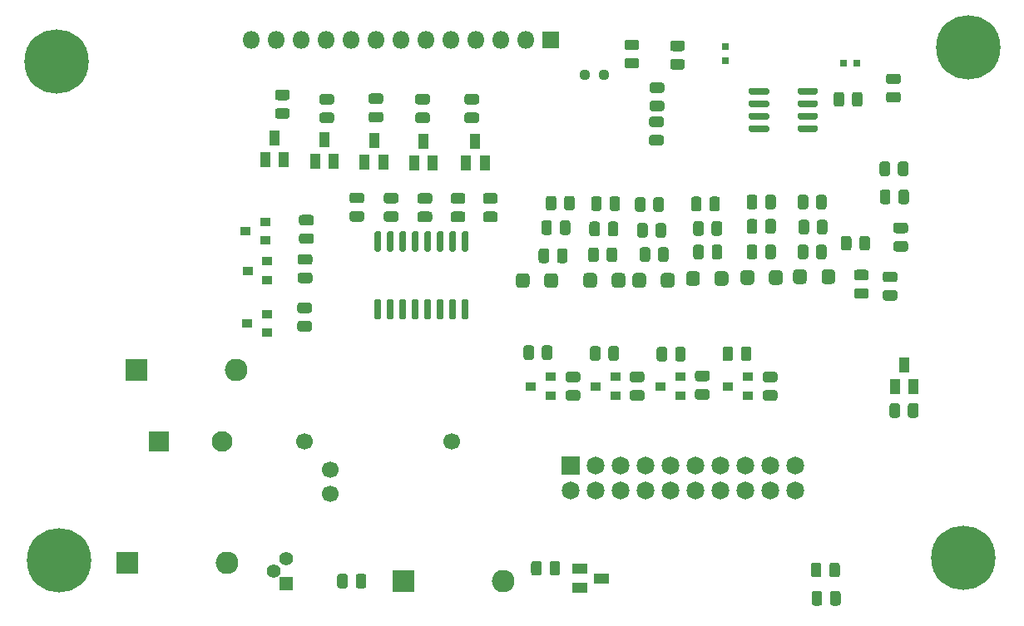
<source format=gbr>
G04 #@! TF.GenerationSoftware,KiCad,Pcbnew,(5.1.6-0-10_14)*
G04 #@! TF.CreationDate,2020-09-03T15:34:08-04:00*
G04 #@! TF.ProjectId,Pufferfish-Interface-2,50756666-6572-4666-9973-682d496e7465,rev?*
G04 #@! TF.SameCoordinates,Original*
G04 #@! TF.FileFunction,Soldermask,Top*
G04 #@! TF.FilePolarity,Negative*
%FSLAX46Y46*%
G04 Gerber Fmt 4.6, Leading zero omitted, Abs format (unit mm)*
G04 Created by KiCad (PCBNEW (5.1.6-0-10_14)) date 2020-09-03 15:34:08*
%MOMM*%
%LPD*%
G01*
G04 APERTURE LIST*
%ADD10R,1.100000X1.500000*%
%ADD11C,6.553200*%
%ADD12O,1.800000X1.800000*%
%ADD13R,1.800000X1.800000*%
%ADD14O,2.300000X2.300000*%
%ADD15R,2.300000X2.300000*%
%ADD16R,2.100000X2.100000*%
%ADD17C,2.100000*%
%ADD18C,1.110000*%
%ADD19R,1.400000X1.400000*%
%ADD20C,1.400000*%
%ADD21R,0.700000X0.800000*%
%ADD22R,0.800000X0.700000*%
%ADD23C,1.825000*%
%ADD24R,1.825000X1.825000*%
%ADD25R,1.500000X1.100000*%
%ADD26R,1.000000X0.900000*%
%ADD27C,1.700000*%
G04 APERTURE END LIST*
G36*
G01*
X70975000Y-35768750D02*
X70975000Y-36731250D01*
G75*
G02*
X70706250Y-37000000I-268750J0D01*
G01*
X70168750Y-37000000D01*
G75*
G02*
X69900000Y-36731250I0J268750D01*
G01*
X69900000Y-35768750D01*
G75*
G02*
X70168750Y-35500000I268750J0D01*
G01*
X70706250Y-35500000D01*
G75*
G02*
X70975000Y-35768750I0J-268750D01*
G01*
G37*
G36*
G01*
X69100000Y-35768750D02*
X69100000Y-36731250D01*
G75*
G02*
X68831250Y-37000000I-268750J0D01*
G01*
X68293750Y-37000000D01*
G75*
G02*
X68025000Y-36731250I0J268750D01*
G01*
X68025000Y-35768750D01*
G75*
G02*
X68293750Y-35500000I268750J0D01*
G01*
X68831250Y-35500000D01*
G75*
G02*
X69100000Y-35768750I0J-268750D01*
G01*
G37*
D10*
X69500000Y-31650000D03*
X70450000Y-33850000D03*
X68550000Y-33850000D03*
D11*
X75500000Y-51250000D03*
X76000000Y750000D03*
X-16500000Y-51500000D03*
X-16750000Y-750000D03*
D12*
X3020000Y1500000D03*
X5560000Y1500000D03*
X8100000Y1500000D03*
X10640000Y1500000D03*
X13180000Y1500000D03*
X15720000Y1500000D03*
X18260000Y1500000D03*
X20800000Y1500000D03*
X23340000Y1500000D03*
X25880000Y1500000D03*
X28420000Y1500000D03*
X30960000Y1500000D03*
D13*
X33500000Y1500000D03*
D14*
X645380Y-51745980D03*
D15*
X-9514620Y-51745980D03*
G36*
G01*
X36850000Y-23400000D02*
X36850000Y-22600000D01*
G75*
G02*
X37200000Y-22250000I350000J0D01*
G01*
X37900000Y-22250000D01*
G75*
G02*
X38250000Y-22600000I0J-350000D01*
G01*
X38250000Y-23400000D01*
G75*
G02*
X37900000Y-23750000I-350000J0D01*
G01*
X37200000Y-23750000D01*
G75*
G02*
X36850000Y-23400000I0J350000D01*
G01*
G37*
G36*
G01*
X39750000Y-23400000D02*
X39750000Y-22600000D01*
G75*
G02*
X40100000Y-22250000I350000J0D01*
G01*
X40800000Y-22250000D01*
G75*
G02*
X41150000Y-22600000I0J-350000D01*
G01*
X41150000Y-23400000D01*
G75*
G02*
X40800000Y-23750000I-350000J0D01*
G01*
X40100000Y-23750000D01*
G75*
G02*
X39750000Y-23400000I0J350000D01*
G01*
G37*
G36*
G01*
X39230000Y-20871250D02*
X39230000Y-19908750D01*
G75*
G02*
X39498750Y-19640000I268750J0D01*
G01*
X40036250Y-19640000D01*
G75*
G02*
X40305000Y-19908750I0J-268750D01*
G01*
X40305000Y-20871250D01*
G75*
G02*
X40036250Y-21140000I-268750J0D01*
G01*
X39498750Y-21140000D01*
G75*
G02*
X39230000Y-20871250I0J268750D01*
G01*
G37*
G36*
G01*
X37355000Y-20871250D02*
X37355000Y-19908750D01*
G75*
G02*
X37623750Y-19640000I268750J0D01*
G01*
X38161250Y-19640000D01*
G75*
G02*
X38430000Y-19908750I0J-268750D01*
G01*
X38430000Y-20871250D01*
G75*
G02*
X38161250Y-21140000I-268750J0D01*
G01*
X37623750Y-21140000D01*
G75*
G02*
X37355000Y-20871250I0J268750D01*
G01*
G37*
G36*
G01*
X38550000Y-17278750D02*
X38550000Y-18241250D01*
G75*
G02*
X38281250Y-18510000I-268750J0D01*
G01*
X37743750Y-18510000D01*
G75*
G02*
X37475000Y-18241250I0J268750D01*
G01*
X37475000Y-17278750D01*
G75*
G02*
X37743750Y-17010000I268750J0D01*
G01*
X38281250Y-17010000D01*
G75*
G02*
X38550000Y-17278750I0J-268750D01*
G01*
G37*
G36*
G01*
X40425000Y-17278750D02*
X40425000Y-18241250D01*
G75*
G02*
X40156250Y-18510000I-268750J0D01*
G01*
X39618750Y-18510000D01*
G75*
G02*
X39350000Y-18241250I0J268750D01*
G01*
X39350000Y-17278750D01*
G75*
G02*
X39618750Y-17010000I268750J0D01*
G01*
X40156250Y-17010000D01*
G75*
G02*
X40425000Y-17278750I0J-268750D01*
G01*
G37*
G36*
G01*
X39528700Y-15665370D02*
X39528700Y-14702870D01*
G75*
G02*
X39797450Y-14434120I268750J0D01*
G01*
X40334950Y-14434120D01*
G75*
G02*
X40603700Y-14702870I0J-268750D01*
G01*
X40603700Y-15665370D01*
G75*
G02*
X40334950Y-15934120I-268750J0D01*
G01*
X39797450Y-15934120D01*
G75*
G02*
X39528700Y-15665370I0J268750D01*
G01*
G37*
G36*
G01*
X37653700Y-15665370D02*
X37653700Y-14702870D01*
G75*
G02*
X37922450Y-14434120I268750J0D01*
G01*
X38459950Y-14434120D01*
G75*
G02*
X38728700Y-14702870I0J-268750D01*
G01*
X38728700Y-15665370D01*
G75*
G02*
X38459950Y-15934120I-268750J0D01*
G01*
X37922450Y-15934120D01*
G75*
G02*
X37653700Y-15665370I0J268750D01*
G01*
G37*
G36*
G01*
X16110960Y-20071780D02*
X15760960Y-20071780D01*
G75*
G02*
X15585960Y-19896780I0J175000D01*
G01*
X15585960Y-18171780D01*
G75*
G02*
X15760960Y-17996780I175000J0D01*
G01*
X16110960Y-17996780D01*
G75*
G02*
X16285960Y-18171780I0J-175000D01*
G01*
X16285960Y-19896780D01*
G75*
G02*
X16110960Y-20071780I-175000J0D01*
G01*
G37*
G36*
G01*
X17380960Y-20071780D02*
X17030960Y-20071780D01*
G75*
G02*
X16855960Y-19896780I0J175000D01*
G01*
X16855960Y-18171780D01*
G75*
G02*
X17030960Y-17996780I175000J0D01*
G01*
X17380960Y-17996780D01*
G75*
G02*
X17555960Y-18171780I0J-175000D01*
G01*
X17555960Y-19896780D01*
G75*
G02*
X17380960Y-20071780I-175000J0D01*
G01*
G37*
G36*
G01*
X18650960Y-20071780D02*
X18300960Y-20071780D01*
G75*
G02*
X18125960Y-19896780I0J175000D01*
G01*
X18125960Y-18171780D01*
G75*
G02*
X18300960Y-17996780I175000J0D01*
G01*
X18650960Y-17996780D01*
G75*
G02*
X18825960Y-18171780I0J-175000D01*
G01*
X18825960Y-19896780D01*
G75*
G02*
X18650960Y-20071780I-175000J0D01*
G01*
G37*
G36*
G01*
X19920960Y-20071780D02*
X19570960Y-20071780D01*
G75*
G02*
X19395960Y-19896780I0J175000D01*
G01*
X19395960Y-18171780D01*
G75*
G02*
X19570960Y-17996780I175000J0D01*
G01*
X19920960Y-17996780D01*
G75*
G02*
X20095960Y-18171780I0J-175000D01*
G01*
X20095960Y-19896780D01*
G75*
G02*
X19920960Y-20071780I-175000J0D01*
G01*
G37*
G36*
G01*
X21190960Y-20071780D02*
X20840960Y-20071780D01*
G75*
G02*
X20665960Y-19896780I0J175000D01*
G01*
X20665960Y-18171780D01*
G75*
G02*
X20840960Y-17996780I175000J0D01*
G01*
X21190960Y-17996780D01*
G75*
G02*
X21365960Y-18171780I0J-175000D01*
G01*
X21365960Y-19896780D01*
G75*
G02*
X21190960Y-20071780I-175000J0D01*
G01*
G37*
G36*
G01*
X22460960Y-20071780D02*
X22110960Y-20071780D01*
G75*
G02*
X21935960Y-19896780I0J175000D01*
G01*
X21935960Y-18171780D01*
G75*
G02*
X22110960Y-17996780I175000J0D01*
G01*
X22460960Y-17996780D01*
G75*
G02*
X22635960Y-18171780I0J-175000D01*
G01*
X22635960Y-19896780D01*
G75*
G02*
X22460960Y-20071780I-175000J0D01*
G01*
G37*
G36*
G01*
X23730960Y-20071780D02*
X23380960Y-20071780D01*
G75*
G02*
X23205960Y-19896780I0J175000D01*
G01*
X23205960Y-18171780D01*
G75*
G02*
X23380960Y-17996780I175000J0D01*
G01*
X23730960Y-17996780D01*
G75*
G02*
X23905960Y-18171780I0J-175000D01*
G01*
X23905960Y-19896780D01*
G75*
G02*
X23730960Y-20071780I-175000J0D01*
G01*
G37*
G36*
G01*
X25000960Y-20071780D02*
X24650960Y-20071780D01*
G75*
G02*
X24475960Y-19896780I0J175000D01*
G01*
X24475960Y-18171780D01*
G75*
G02*
X24650960Y-17996780I175000J0D01*
G01*
X25000960Y-17996780D01*
G75*
G02*
X25175960Y-18171780I0J-175000D01*
G01*
X25175960Y-19896780D01*
G75*
G02*
X25000960Y-20071780I-175000J0D01*
G01*
G37*
G36*
G01*
X25000960Y-26996780D02*
X24650960Y-26996780D01*
G75*
G02*
X24475960Y-26821780I0J175000D01*
G01*
X24475960Y-25096780D01*
G75*
G02*
X24650960Y-24921780I175000J0D01*
G01*
X25000960Y-24921780D01*
G75*
G02*
X25175960Y-25096780I0J-175000D01*
G01*
X25175960Y-26821780D01*
G75*
G02*
X25000960Y-26996780I-175000J0D01*
G01*
G37*
G36*
G01*
X23730960Y-26996780D02*
X23380960Y-26996780D01*
G75*
G02*
X23205960Y-26821780I0J175000D01*
G01*
X23205960Y-25096780D01*
G75*
G02*
X23380960Y-24921780I175000J0D01*
G01*
X23730960Y-24921780D01*
G75*
G02*
X23905960Y-25096780I0J-175000D01*
G01*
X23905960Y-26821780D01*
G75*
G02*
X23730960Y-26996780I-175000J0D01*
G01*
G37*
G36*
G01*
X22460960Y-26996780D02*
X22110960Y-26996780D01*
G75*
G02*
X21935960Y-26821780I0J175000D01*
G01*
X21935960Y-25096780D01*
G75*
G02*
X22110960Y-24921780I175000J0D01*
G01*
X22460960Y-24921780D01*
G75*
G02*
X22635960Y-25096780I0J-175000D01*
G01*
X22635960Y-26821780D01*
G75*
G02*
X22460960Y-26996780I-175000J0D01*
G01*
G37*
G36*
G01*
X21190960Y-26996780D02*
X20840960Y-26996780D01*
G75*
G02*
X20665960Y-26821780I0J175000D01*
G01*
X20665960Y-25096780D01*
G75*
G02*
X20840960Y-24921780I175000J0D01*
G01*
X21190960Y-24921780D01*
G75*
G02*
X21365960Y-25096780I0J-175000D01*
G01*
X21365960Y-26821780D01*
G75*
G02*
X21190960Y-26996780I-175000J0D01*
G01*
G37*
G36*
G01*
X19920960Y-26996780D02*
X19570960Y-26996780D01*
G75*
G02*
X19395960Y-26821780I0J175000D01*
G01*
X19395960Y-25096780D01*
G75*
G02*
X19570960Y-24921780I175000J0D01*
G01*
X19920960Y-24921780D01*
G75*
G02*
X20095960Y-25096780I0J-175000D01*
G01*
X20095960Y-26821780D01*
G75*
G02*
X19920960Y-26996780I-175000J0D01*
G01*
G37*
G36*
G01*
X18650960Y-26996780D02*
X18300960Y-26996780D01*
G75*
G02*
X18125960Y-26821780I0J175000D01*
G01*
X18125960Y-25096780D01*
G75*
G02*
X18300960Y-24921780I175000J0D01*
G01*
X18650960Y-24921780D01*
G75*
G02*
X18825960Y-25096780I0J-175000D01*
G01*
X18825960Y-26821780D01*
G75*
G02*
X18650960Y-26996780I-175000J0D01*
G01*
G37*
G36*
G01*
X17380960Y-26996780D02*
X17030960Y-26996780D01*
G75*
G02*
X16855960Y-26821780I0J175000D01*
G01*
X16855960Y-25096780D01*
G75*
G02*
X17030960Y-24921780I175000J0D01*
G01*
X17380960Y-24921780D01*
G75*
G02*
X17555960Y-25096780I0J-175000D01*
G01*
X17555960Y-26821780D01*
G75*
G02*
X17380960Y-26996780I-175000J0D01*
G01*
G37*
G36*
G01*
X16110960Y-26996780D02*
X15760960Y-26996780D01*
G75*
G02*
X15585960Y-26821780I0J175000D01*
G01*
X15585960Y-25096780D01*
G75*
G02*
X15760960Y-24921780I175000J0D01*
G01*
X16110960Y-24921780D01*
G75*
G02*
X16285960Y-25096780I0J-175000D01*
G01*
X16285960Y-26821780D01*
G75*
G02*
X16110960Y-26996780I-175000J0D01*
G01*
G37*
G36*
G01*
X33660000Y-17148750D02*
X33660000Y-18111250D01*
G75*
G02*
X33391250Y-18380000I-268750J0D01*
G01*
X32853750Y-18380000D01*
G75*
G02*
X32585000Y-18111250I0J268750D01*
G01*
X32585000Y-17148750D01*
G75*
G02*
X32853750Y-16880000I268750J0D01*
G01*
X33391250Y-16880000D01*
G75*
G02*
X33660000Y-17148750I0J-268750D01*
G01*
G37*
G36*
G01*
X35535000Y-17148750D02*
X35535000Y-18111250D01*
G75*
G02*
X35266250Y-18380000I-268750J0D01*
G01*
X34728750Y-18380000D01*
G75*
G02*
X34460000Y-18111250I0J268750D01*
G01*
X34460000Y-17148750D01*
G75*
G02*
X34728750Y-16880000I268750J0D01*
G01*
X35266250Y-16880000D01*
G75*
G02*
X35535000Y-17148750I0J-268750D01*
G01*
G37*
G36*
G01*
X34907500Y-15621250D02*
X34907500Y-14658750D01*
G75*
G02*
X35176250Y-14390000I268750J0D01*
G01*
X35713750Y-14390000D01*
G75*
G02*
X35982500Y-14658750I0J-268750D01*
G01*
X35982500Y-15621250D01*
G75*
G02*
X35713750Y-15890000I-268750J0D01*
G01*
X35176250Y-15890000D01*
G75*
G02*
X34907500Y-15621250I0J268750D01*
G01*
G37*
G36*
G01*
X33032500Y-15621250D02*
X33032500Y-14658750D01*
G75*
G02*
X33301250Y-14390000I268750J0D01*
G01*
X33838750Y-14390000D01*
G75*
G02*
X34107500Y-14658750I0J-268750D01*
G01*
X34107500Y-15621250D01*
G75*
G02*
X33838750Y-15890000I-268750J0D01*
G01*
X33301250Y-15890000D01*
G75*
G02*
X33032500Y-15621250I0J268750D01*
G01*
G37*
G36*
G01*
X67598750Y-23990000D02*
X68561250Y-23990000D01*
G75*
G02*
X68830000Y-24258750I0J-268750D01*
G01*
X68830000Y-24796250D01*
G75*
G02*
X68561250Y-25065000I-268750J0D01*
G01*
X67598750Y-25065000D01*
G75*
G02*
X67330000Y-24796250I0J268750D01*
G01*
X67330000Y-24258750D01*
G75*
G02*
X67598750Y-23990000I268750J0D01*
G01*
G37*
G36*
G01*
X67598750Y-22115000D02*
X68561250Y-22115000D01*
G75*
G02*
X68830000Y-22383750I0J-268750D01*
G01*
X68830000Y-22921250D01*
G75*
G02*
X68561250Y-23190000I-268750J0D01*
G01*
X67598750Y-23190000D01*
G75*
G02*
X67330000Y-22921250I0J268750D01*
G01*
X67330000Y-22383750D01*
G75*
G02*
X67598750Y-22115000I268750J0D01*
G01*
G37*
G36*
G01*
X5749370Y-5454360D02*
X6711870Y-5454360D01*
G75*
G02*
X6980620Y-5723110I0J-268750D01*
G01*
X6980620Y-6260610D01*
G75*
G02*
X6711870Y-6529360I-268750J0D01*
G01*
X5749370Y-6529360D01*
G75*
G02*
X5480620Y-6260610I0J268750D01*
G01*
X5480620Y-5723110D01*
G75*
G02*
X5749370Y-5454360I268750J0D01*
G01*
G37*
G36*
G01*
X5749370Y-3579360D02*
X6711870Y-3579360D01*
G75*
G02*
X6980620Y-3848110I0J-268750D01*
G01*
X6980620Y-4385610D01*
G75*
G02*
X6711870Y-4654360I-268750J0D01*
G01*
X5749370Y-4654360D01*
G75*
G02*
X5480620Y-4385610I0J268750D01*
G01*
X5480620Y-3848110D01*
G75*
G02*
X5749370Y-3579360I268750J0D01*
G01*
G37*
G36*
G01*
X29990000Y-23420000D02*
X29990000Y-22620000D01*
G75*
G02*
X30340000Y-22270000I350000J0D01*
G01*
X31040000Y-22270000D01*
G75*
G02*
X31390000Y-22620000I0J-350000D01*
G01*
X31390000Y-23420000D01*
G75*
G02*
X31040000Y-23770000I-350000J0D01*
G01*
X30340000Y-23770000D01*
G75*
G02*
X29990000Y-23420000I0J350000D01*
G01*
G37*
G36*
G01*
X32890000Y-23420000D02*
X32890000Y-22620000D01*
G75*
G02*
X33240000Y-22270000I350000J0D01*
G01*
X33940000Y-22270000D01*
G75*
G02*
X34290000Y-22620000I0J-350000D01*
G01*
X34290000Y-23420000D01*
G75*
G02*
X33940000Y-23770000I-350000J0D01*
G01*
X33240000Y-23770000D01*
G75*
G02*
X32890000Y-23420000I0J350000D01*
G01*
G37*
G36*
G01*
X34185480Y-20982750D02*
X34185480Y-20020250D01*
G75*
G02*
X34454230Y-19751500I268750J0D01*
G01*
X34991730Y-19751500D01*
G75*
G02*
X35260480Y-20020250I0J-268750D01*
G01*
X35260480Y-20982750D01*
G75*
G02*
X34991730Y-21251500I-268750J0D01*
G01*
X34454230Y-21251500D01*
G75*
G02*
X34185480Y-20982750I0J268750D01*
G01*
G37*
G36*
G01*
X32310480Y-20982750D02*
X32310480Y-20020250D01*
G75*
G02*
X32579230Y-19751500I268750J0D01*
G01*
X33116730Y-19751500D01*
G75*
G02*
X33385480Y-20020250I0J-268750D01*
G01*
X33385480Y-20982750D01*
G75*
G02*
X33116730Y-21251500I-268750J0D01*
G01*
X32579230Y-21251500D01*
G75*
G02*
X32310480Y-20982750I0J268750D01*
G01*
G37*
D16*
X-6370000Y-39370000D03*
D17*
X130000Y-39370000D03*
D18*
X37050000Y-2100000D03*
X38950000Y-2100000D03*
G36*
G01*
X58670000Y-3910000D02*
X58670000Y-3560000D01*
G75*
G02*
X58845000Y-3385000I175000J0D01*
G01*
X60545000Y-3385000D01*
G75*
G02*
X60720000Y-3560000I0J-175000D01*
G01*
X60720000Y-3910000D01*
G75*
G02*
X60545000Y-4085000I-175000J0D01*
G01*
X58845000Y-4085000D01*
G75*
G02*
X58670000Y-3910000I0J175000D01*
G01*
G37*
G36*
G01*
X58670000Y-5180000D02*
X58670000Y-4830000D01*
G75*
G02*
X58845000Y-4655000I175000J0D01*
G01*
X60545000Y-4655000D01*
G75*
G02*
X60720000Y-4830000I0J-175000D01*
G01*
X60720000Y-5180000D01*
G75*
G02*
X60545000Y-5355000I-175000J0D01*
G01*
X58845000Y-5355000D01*
G75*
G02*
X58670000Y-5180000I0J175000D01*
G01*
G37*
G36*
G01*
X58670000Y-6450000D02*
X58670000Y-6100000D01*
G75*
G02*
X58845000Y-5925000I175000J0D01*
G01*
X60545000Y-5925000D01*
G75*
G02*
X60720000Y-6100000I0J-175000D01*
G01*
X60720000Y-6450000D01*
G75*
G02*
X60545000Y-6625000I-175000J0D01*
G01*
X58845000Y-6625000D01*
G75*
G02*
X58670000Y-6450000I0J175000D01*
G01*
G37*
G36*
G01*
X58670000Y-7720000D02*
X58670000Y-7370000D01*
G75*
G02*
X58845000Y-7195000I175000J0D01*
G01*
X60545000Y-7195000D01*
G75*
G02*
X60720000Y-7370000I0J-175000D01*
G01*
X60720000Y-7720000D01*
G75*
G02*
X60545000Y-7895000I-175000J0D01*
G01*
X58845000Y-7895000D01*
G75*
G02*
X58670000Y-7720000I0J175000D01*
G01*
G37*
G36*
G01*
X53720000Y-7720000D02*
X53720000Y-7370000D01*
G75*
G02*
X53895000Y-7195000I175000J0D01*
G01*
X55595000Y-7195000D01*
G75*
G02*
X55770000Y-7370000I0J-175000D01*
G01*
X55770000Y-7720000D01*
G75*
G02*
X55595000Y-7895000I-175000J0D01*
G01*
X53895000Y-7895000D01*
G75*
G02*
X53720000Y-7720000I0J175000D01*
G01*
G37*
G36*
G01*
X53720000Y-6450000D02*
X53720000Y-6100000D01*
G75*
G02*
X53895000Y-5925000I175000J0D01*
G01*
X55595000Y-5925000D01*
G75*
G02*
X55770000Y-6100000I0J-175000D01*
G01*
X55770000Y-6450000D01*
G75*
G02*
X55595000Y-6625000I-175000J0D01*
G01*
X53895000Y-6625000D01*
G75*
G02*
X53720000Y-6450000I0J175000D01*
G01*
G37*
G36*
G01*
X53720000Y-5180000D02*
X53720000Y-4830000D01*
G75*
G02*
X53895000Y-4655000I175000J0D01*
G01*
X55595000Y-4655000D01*
G75*
G02*
X55770000Y-4830000I0J-175000D01*
G01*
X55770000Y-5180000D01*
G75*
G02*
X55595000Y-5355000I-175000J0D01*
G01*
X53895000Y-5355000D01*
G75*
G02*
X53720000Y-5180000I0J175000D01*
G01*
G37*
G36*
G01*
X53720000Y-3910000D02*
X53720000Y-3560000D01*
G75*
G02*
X53895000Y-3385000I175000J0D01*
G01*
X55595000Y-3385000D01*
G75*
G02*
X55770000Y-3560000I0J-175000D01*
G01*
X55770000Y-3910000D01*
G75*
G02*
X55595000Y-4085000I-175000J0D01*
G01*
X53895000Y-4085000D01*
G75*
G02*
X53720000Y-3910000I0J175000D01*
G01*
G37*
G36*
G01*
X13692500Y-54111250D02*
X13692500Y-53148750D01*
G75*
G02*
X13961250Y-52880000I268750J0D01*
G01*
X14498750Y-52880000D01*
G75*
G02*
X14767500Y-53148750I0J-268750D01*
G01*
X14767500Y-54111250D01*
G75*
G02*
X14498750Y-54380000I-268750J0D01*
G01*
X13961250Y-54380000D01*
G75*
G02*
X13692500Y-54111250I0J268750D01*
G01*
G37*
G36*
G01*
X11817500Y-54111250D02*
X11817500Y-53148750D01*
G75*
G02*
X12086250Y-52880000I268750J0D01*
G01*
X12623750Y-52880000D01*
G75*
G02*
X12892500Y-53148750I0J-268750D01*
G01*
X12892500Y-54111250D01*
G75*
G02*
X12623750Y-54380000I-268750J0D01*
G01*
X12086250Y-54380000D01*
G75*
G02*
X11817500Y-54111250I0J268750D01*
G01*
G37*
G36*
G01*
X8190310Y-18210720D02*
X9152810Y-18210720D01*
G75*
G02*
X9421560Y-18479470I0J-268750D01*
G01*
X9421560Y-19016970D01*
G75*
G02*
X9152810Y-19285720I-268750J0D01*
G01*
X8190310Y-19285720D01*
G75*
G02*
X7921560Y-19016970I0J268750D01*
G01*
X7921560Y-18479470D01*
G75*
G02*
X8190310Y-18210720I268750J0D01*
G01*
G37*
G36*
G01*
X8190310Y-16335720D02*
X9152810Y-16335720D01*
G75*
G02*
X9421560Y-16604470I0J-268750D01*
G01*
X9421560Y-17141970D01*
G75*
G02*
X9152810Y-17410720I-268750J0D01*
G01*
X8190310Y-17410720D01*
G75*
G02*
X7921560Y-17141970I0J268750D01*
G01*
X7921560Y-16604470D01*
G75*
G02*
X8190310Y-16335720I268750J0D01*
G01*
G37*
G36*
G01*
X16813610Y-15970200D02*
X17776110Y-15970200D01*
G75*
G02*
X18044860Y-16238950I0J-268750D01*
G01*
X18044860Y-16776450D01*
G75*
G02*
X17776110Y-17045200I-268750J0D01*
G01*
X16813610Y-17045200D01*
G75*
G02*
X16544860Y-16776450I0J268750D01*
G01*
X16544860Y-16238950D01*
G75*
G02*
X16813610Y-15970200I268750J0D01*
G01*
G37*
G36*
G01*
X16813610Y-14095200D02*
X17776110Y-14095200D01*
G75*
G02*
X18044860Y-14363950I0J-268750D01*
G01*
X18044860Y-14901450D01*
G75*
G02*
X17776110Y-15170200I-268750J0D01*
G01*
X16813610Y-15170200D01*
G75*
G02*
X16544860Y-14901450I0J268750D01*
G01*
X16544860Y-14363950D01*
G75*
G02*
X16813610Y-14095200I268750J0D01*
G01*
G37*
G36*
G01*
X8058230Y-22208440D02*
X9020730Y-22208440D01*
G75*
G02*
X9289480Y-22477190I0J-268750D01*
G01*
X9289480Y-23014690D01*
G75*
G02*
X9020730Y-23283440I-268750J0D01*
G01*
X8058230Y-23283440D01*
G75*
G02*
X7789480Y-23014690I0J268750D01*
G01*
X7789480Y-22477190D01*
G75*
G02*
X8058230Y-22208440I268750J0D01*
G01*
G37*
G36*
G01*
X8058230Y-20333440D02*
X9020730Y-20333440D01*
G75*
G02*
X9289480Y-20602190I0J-268750D01*
G01*
X9289480Y-21139690D01*
G75*
G02*
X9020730Y-21408440I-268750J0D01*
G01*
X8058230Y-21408440D01*
G75*
G02*
X7789480Y-21139690I0J268750D01*
G01*
X7789480Y-20602190D01*
G75*
G02*
X8058230Y-20333440I268750J0D01*
G01*
G37*
G36*
G01*
X23623350Y-15995600D02*
X24585850Y-15995600D01*
G75*
G02*
X24854600Y-16264350I0J-268750D01*
G01*
X24854600Y-16801850D01*
G75*
G02*
X24585850Y-17070600I-268750J0D01*
G01*
X23623350Y-17070600D01*
G75*
G02*
X23354600Y-16801850I0J268750D01*
G01*
X23354600Y-16264350D01*
G75*
G02*
X23623350Y-15995600I268750J0D01*
G01*
G37*
G36*
G01*
X23623350Y-14120600D02*
X24585850Y-14120600D01*
G75*
G02*
X24854600Y-14389350I0J-268750D01*
G01*
X24854600Y-14926850D01*
G75*
G02*
X24585850Y-15195600I-268750J0D01*
G01*
X23623350Y-15195600D01*
G75*
G02*
X23354600Y-14926850I0J268750D01*
G01*
X23354600Y-14389350D01*
G75*
G02*
X23623350Y-14120600I268750J0D01*
G01*
G37*
G36*
G01*
X61977500Y-55861250D02*
X61977500Y-54898750D01*
G75*
G02*
X62246250Y-54630000I268750J0D01*
G01*
X62783750Y-54630000D01*
G75*
G02*
X63052500Y-54898750I0J-268750D01*
G01*
X63052500Y-55861250D01*
G75*
G02*
X62783750Y-56130000I-268750J0D01*
G01*
X62246250Y-56130000D01*
G75*
G02*
X61977500Y-55861250I0J268750D01*
G01*
G37*
G36*
G01*
X60102500Y-55861250D02*
X60102500Y-54898750D01*
G75*
G02*
X60371250Y-54630000I268750J0D01*
G01*
X60908750Y-54630000D01*
G75*
G02*
X61177500Y-54898750I0J-268750D01*
G01*
X61177500Y-55861250D01*
G75*
G02*
X60908750Y-56130000I-268750J0D01*
G01*
X60371250Y-56130000D01*
G75*
G02*
X60102500Y-55861250I0J268750D01*
G01*
G37*
G36*
G01*
X61097500Y-52018750D02*
X61097500Y-52981250D01*
G75*
G02*
X60828750Y-53250000I-268750J0D01*
G01*
X60291250Y-53250000D01*
G75*
G02*
X60022500Y-52981250I0J268750D01*
G01*
X60022500Y-52018750D01*
G75*
G02*
X60291250Y-51750000I268750J0D01*
G01*
X60828750Y-51750000D01*
G75*
G02*
X61097500Y-52018750I0J-268750D01*
G01*
G37*
G36*
G01*
X62972500Y-52018750D02*
X62972500Y-52981250D01*
G75*
G02*
X62703750Y-53250000I-268750J0D01*
G01*
X62166250Y-53250000D01*
G75*
G02*
X61897500Y-52981250I0J268750D01*
G01*
X61897500Y-52018750D01*
G75*
G02*
X62166250Y-51750000I268750J0D01*
G01*
X62703750Y-51750000D01*
G75*
G02*
X62972500Y-52018750I0J-268750D01*
G01*
G37*
G36*
G01*
X68678750Y-19000000D02*
X69641250Y-19000000D01*
G75*
G02*
X69910000Y-19268750I0J-268750D01*
G01*
X69910000Y-19806250D01*
G75*
G02*
X69641250Y-20075000I-268750J0D01*
G01*
X68678750Y-20075000D01*
G75*
G02*
X68410000Y-19806250I0J268750D01*
G01*
X68410000Y-19268750D01*
G75*
G02*
X68678750Y-19000000I268750J0D01*
G01*
G37*
G36*
G01*
X68678750Y-17125000D02*
X69641250Y-17125000D01*
G75*
G02*
X69910000Y-17393750I0J-268750D01*
G01*
X69910000Y-17931250D01*
G75*
G02*
X69641250Y-18200000I-268750J0D01*
G01*
X68678750Y-18200000D01*
G75*
G02*
X68410000Y-17931250I0J268750D01*
G01*
X68410000Y-17393750D01*
G75*
G02*
X68678750Y-17125000I268750J0D01*
G01*
G37*
G36*
G01*
X68882500Y-12121250D02*
X68882500Y-11158750D01*
G75*
G02*
X69151250Y-10890000I268750J0D01*
G01*
X69688750Y-10890000D01*
G75*
G02*
X69957500Y-11158750I0J-268750D01*
G01*
X69957500Y-12121250D01*
G75*
G02*
X69688750Y-12390000I-268750J0D01*
G01*
X69151250Y-12390000D01*
G75*
G02*
X68882500Y-12121250I0J268750D01*
G01*
G37*
G36*
G01*
X67007500Y-12121250D02*
X67007500Y-11158750D01*
G75*
G02*
X67276250Y-10890000I268750J0D01*
G01*
X67813750Y-10890000D01*
G75*
G02*
X68082500Y-11158750I0J-268750D01*
G01*
X68082500Y-12121250D01*
G75*
G02*
X67813750Y-12390000I-268750J0D01*
G01*
X67276250Y-12390000D01*
G75*
G02*
X67007500Y-12121250I0J268750D01*
G01*
G37*
G36*
G01*
X64150000Y-18738750D02*
X64150000Y-19701250D01*
G75*
G02*
X63881250Y-19970000I-268750J0D01*
G01*
X63343750Y-19970000D01*
G75*
G02*
X63075000Y-19701250I0J268750D01*
G01*
X63075000Y-18738750D01*
G75*
G02*
X63343750Y-18470000I268750J0D01*
G01*
X63881250Y-18470000D01*
G75*
G02*
X64150000Y-18738750I0J-268750D01*
G01*
G37*
G36*
G01*
X66025000Y-18738750D02*
X66025000Y-19701250D01*
G75*
G02*
X65756250Y-19970000I-268750J0D01*
G01*
X65218750Y-19970000D01*
G75*
G02*
X64950000Y-19701250I0J268750D01*
G01*
X64950000Y-18738750D01*
G75*
G02*
X65218750Y-18470000I268750J0D01*
G01*
X65756250Y-18470000D01*
G75*
G02*
X66025000Y-18738750I0J-268750D01*
G01*
G37*
G36*
G01*
X65641250Y-22990000D02*
X64678750Y-22990000D01*
G75*
G02*
X64410000Y-22721250I0J268750D01*
G01*
X64410000Y-22183750D01*
G75*
G02*
X64678750Y-21915000I268750J0D01*
G01*
X65641250Y-21915000D01*
G75*
G02*
X65910000Y-22183750I0J-268750D01*
G01*
X65910000Y-22721250D01*
G75*
G02*
X65641250Y-22990000I-268750J0D01*
G01*
G37*
G36*
G01*
X65641250Y-24865000D02*
X64678750Y-24865000D01*
G75*
G02*
X64410000Y-24596250I0J268750D01*
G01*
X64410000Y-24058750D01*
G75*
G02*
X64678750Y-23790000I268750J0D01*
G01*
X65641250Y-23790000D01*
G75*
G02*
X65910000Y-24058750I0J-268750D01*
G01*
X65910000Y-24596250D01*
G75*
G02*
X65641250Y-24865000I-268750J0D01*
G01*
G37*
G36*
G01*
X46921250Y340000D02*
X45958750Y340000D01*
G75*
G02*
X45690000Y608750I0J268750D01*
G01*
X45690000Y1146250D01*
G75*
G02*
X45958750Y1415000I268750J0D01*
G01*
X46921250Y1415000D01*
G75*
G02*
X47190000Y1146250I0J-268750D01*
G01*
X47190000Y608750D01*
G75*
G02*
X46921250Y340000I-268750J0D01*
G01*
G37*
G36*
G01*
X46921250Y-1535000D02*
X45958750Y-1535000D01*
G75*
G02*
X45690000Y-1266250I0J268750D01*
G01*
X45690000Y-728750D01*
G75*
G02*
X45958750Y-460000I268750J0D01*
G01*
X46921250Y-460000D01*
G75*
G02*
X47190000Y-728750I0J-268750D01*
G01*
X47190000Y-1266250D01*
G75*
G02*
X46921250Y-1535000I-268750J0D01*
G01*
G37*
G36*
G01*
X44832430Y-3910000D02*
X43869930Y-3910000D01*
G75*
G02*
X43601180Y-3641250I0J268750D01*
G01*
X43601180Y-3103750D01*
G75*
G02*
X43869930Y-2835000I268750J0D01*
G01*
X44832430Y-2835000D01*
G75*
G02*
X45101180Y-3103750I0J-268750D01*
G01*
X45101180Y-3641250D01*
G75*
G02*
X44832430Y-3910000I-268750J0D01*
G01*
G37*
G36*
G01*
X44832430Y-5785000D02*
X43869930Y-5785000D01*
G75*
G02*
X43601180Y-5516250I0J268750D01*
G01*
X43601180Y-4978750D01*
G75*
G02*
X43869930Y-4710000I268750J0D01*
G01*
X44832430Y-4710000D01*
G75*
G02*
X45101180Y-4978750I0J-268750D01*
G01*
X45101180Y-5516250D01*
G75*
G02*
X44832430Y-5785000I-268750J0D01*
G01*
G37*
G36*
G01*
X64210000Y-5051250D02*
X64210000Y-4088750D01*
G75*
G02*
X64478750Y-3820000I268750J0D01*
G01*
X65016250Y-3820000D01*
G75*
G02*
X65285000Y-4088750I0J-268750D01*
G01*
X65285000Y-5051250D01*
G75*
G02*
X65016250Y-5320000I-268750J0D01*
G01*
X64478750Y-5320000D01*
G75*
G02*
X64210000Y-5051250I0J268750D01*
G01*
G37*
G36*
G01*
X62335000Y-5051250D02*
X62335000Y-4088750D01*
G75*
G02*
X62603750Y-3820000I268750J0D01*
G01*
X63141250Y-3820000D01*
G75*
G02*
X63410000Y-4088750I0J-268750D01*
G01*
X63410000Y-5051250D01*
G75*
G02*
X63141250Y-5320000I-268750J0D01*
G01*
X62603750Y-5320000D01*
G75*
G02*
X62335000Y-5051250I0J268750D01*
G01*
G37*
G36*
G01*
X13323650Y-15942260D02*
X14286150Y-15942260D01*
G75*
G02*
X14554900Y-16211010I0J-268750D01*
G01*
X14554900Y-16748510D01*
G75*
G02*
X14286150Y-17017260I-268750J0D01*
G01*
X13323650Y-17017260D01*
G75*
G02*
X13054900Y-16748510I0J268750D01*
G01*
X13054900Y-16211010D01*
G75*
G02*
X13323650Y-15942260I268750J0D01*
G01*
G37*
G36*
G01*
X13323650Y-14067260D02*
X14286150Y-14067260D01*
G75*
G02*
X14554900Y-14336010I0J-268750D01*
G01*
X14554900Y-14873510D01*
G75*
G02*
X14286150Y-15142260I-268750J0D01*
G01*
X13323650Y-15142260D01*
G75*
G02*
X13054900Y-14873510I0J268750D01*
G01*
X13054900Y-14336010D01*
G75*
G02*
X13323650Y-14067260I268750J0D01*
G01*
G37*
G36*
G01*
X8020130Y-27133260D02*
X8982630Y-27133260D01*
G75*
G02*
X9251380Y-27402010I0J-268750D01*
G01*
X9251380Y-27939510D01*
G75*
G02*
X8982630Y-28208260I-268750J0D01*
G01*
X8020130Y-28208260D01*
G75*
G02*
X7751380Y-27939510I0J268750D01*
G01*
X7751380Y-27402010D01*
G75*
G02*
X8020130Y-27133260I268750J0D01*
G01*
G37*
G36*
G01*
X8020130Y-25258260D02*
X8982630Y-25258260D01*
G75*
G02*
X9251380Y-25527010I0J-268750D01*
G01*
X9251380Y-26064510D01*
G75*
G02*
X8982630Y-26333260I-268750J0D01*
G01*
X8020130Y-26333260D01*
G75*
G02*
X7751380Y-26064510I0J268750D01*
G01*
X7751380Y-25527010D01*
G75*
G02*
X8020130Y-25258260I268750J0D01*
G01*
G37*
G36*
G01*
X20245150Y-15995600D02*
X21207650Y-15995600D01*
G75*
G02*
X21476400Y-16264350I0J-268750D01*
G01*
X21476400Y-16801850D01*
G75*
G02*
X21207650Y-17070600I-268750J0D01*
G01*
X20245150Y-17070600D01*
G75*
G02*
X19976400Y-16801850I0J268750D01*
G01*
X19976400Y-16264350D01*
G75*
G02*
X20245150Y-15995600I268750J0D01*
G01*
G37*
G36*
G01*
X20245150Y-14120600D02*
X21207650Y-14120600D01*
G75*
G02*
X21476400Y-14389350I0J-268750D01*
G01*
X21476400Y-14926850D01*
G75*
G02*
X21207650Y-15195600I-268750J0D01*
G01*
X20245150Y-15195600D01*
G75*
G02*
X19976400Y-14926850I0J268750D01*
G01*
X19976400Y-14389350D01*
G75*
G02*
X20245150Y-14120600I268750J0D01*
G01*
G37*
G36*
G01*
X26917730Y-15995600D02*
X27880230Y-15995600D01*
G75*
G02*
X28148980Y-16264350I0J-268750D01*
G01*
X28148980Y-16801850D01*
G75*
G02*
X27880230Y-17070600I-268750J0D01*
G01*
X26917730Y-17070600D01*
G75*
G02*
X26648980Y-16801850I0J268750D01*
G01*
X26648980Y-16264350D01*
G75*
G02*
X26917730Y-15995600I268750J0D01*
G01*
G37*
G36*
G01*
X26917730Y-14120600D02*
X27880230Y-14120600D01*
G75*
G02*
X28148980Y-14389350I0J-268750D01*
G01*
X28148980Y-14926850D01*
G75*
G02*
X27880230Y-15195600I-268750J0D01*
G01*
X26917730Y-15195600D01*
G75*
G02*
X26648980Y-14926850I0J268750D01*
G01*
X26648980Y-14389350D01*
G75*
G02*
X26917730Y-14120600I268750J0D01*
G01*
G37*
D10*
X5420360Y-8524060D03*
X6370360Y-10724060D03*
X4470360Y-10724060D03*
X10492740Y-8694240D03*
X11442740Y-10894240D03*
X9542740Y-10894240D03*
X20594320Y-8808540D03*
X21544320Y-11008540D03*
X19644320Y-11008540D03*
X15562580Y-8734880D03*
X16512580Y-10934880D03*
X14612580Y-10934880D03*
X25859740Y-8831400D03*
X26809740Y-11031400D03*
X24909740Y-11031400D03*
D19*
X6630000Y-53920000D03*
D20*
X6630000Y-51380000D03*
X5360000Y-52650000D03*
D21*
X64720000Y-860000D03*
X63320000Y-860000D03*
D22*
X51350000Y810000D03*
X51350000Y-590000D03*
D23*
X58453500Y-44409840D03*
X58453500Y-41869840D03*
X55913500Y-44409840D03*
X55913500Y-41869840D03*
X48293500Y-41869840D03*
X48293500Y-44409840D03*
X50833500Y-41869840D03*
X50833500Y-44409840D03*
X53373500Y-41869840D03*
X53373500Y-44409840D03*
X40673500Y-41869840D03*
X35593500Y-44409840D03*
X38133500Y-41869840D03*
X40673500Y-44409840D03*
D24*
X35593500Y-41869840D03*
D23*
X43213500Y-41869840D03*
X43213500Y-44409840D03*
X45753500Y-41869840D03*
X45753500Y-44409840D03*
X38133500Y-44409840D03*
G36*
G01*
X67938750Y-3820000D02*
X68901250Y-3820000D01*
G75*
G02*
X69170000Y-4088750I0J-268750D01*
G01*
X69170000Y-4626250D01*
G75*
G02*
X68901250Y-4895000I-268750J0D01*
G01*
X67938750Y-4895000D01*
G75*
G02*
X67670000Y-4626250I0J268750D01*
G01*
X67670000Y-4088750D01*
G75*
G02*
X67938750Y-3820000I268750J0D01*
G01*
G37*
G36*
G01*
X67938750Y-1945000D02*
X68901250Y-1945000D01*
G75*
G02*
X69170000Y-2213750I0J-268750D01*
G01*
X69170000Y-2751250D01*
G75*
G02*
X68901250Y-3020000I-268750J0D01*
G01*
X67938750Y-3020000D01*
G75*
G02*
X67670000Y-2751250I0J268750D01*
G01*
X67670000Y-2213750D01*
G75*
G02*
X67938750Y-1945000I268750J0D01*
G01*
G37*
G36*
G01*
X68122500Y-14018750D02*
X68122500Y-14981250D01*
G75*
G02*
X67853750Y-15250000I-268750J0D01*
G01*
X67316250Y-15250000D01*
G75*
G02*
X67047500Y-14981250I0J268750D01*
G01*
X67047500Y-14018750D01*
G75*
G02*
X67316250Y-13750000I268750J0D01*
G01*
X67853750Y-13750000D01*
G75*
G02*
X68122500Y-14018750I0J-268750D01*
G01*
G37*
G36*
G01*
X69997500Y-14018750D02*
X69997500Y-14981250D01*
G75*
G02*
X69728750Y-15250000I-268750J0D01*
G01*
X69191250Y-15250000D01*
G75*
G02*
X68922500Y-14981250I0J268750D01*
G01*
X68922500Y-14018750D01*
G75*
G02*
X69191250Y-13750000I268750J0D01*
G01*
X69728750Y-13750000D01*
G75*
G02*
X69997500Y-14018750I0J-268750D01*
G01*
G37*
G36*
G01*
X42271250Y450000D02*
X41308750Y450000D01*
G75*
G02*
X41040000Y718750I0J268750D01*
G01*
X41040000Y1256250D01*
G75*
G02*
X41308750Y1525000I268750J0D01*
G01*
X42271250Y1525000D01*
G75*
G02*
X42540000Y1256250I0J-268750D01*
G01*
X42540000Y718750D01*
G75*
G02*
X42271250Y450000I-268750J0D01*
G01*
G37*
G36*
G01*
X42271250Y-1425000D02*
X41308750Y-1425000D01*
G75*
G02*
X41040000Y-1156250I0J268750D01*
G01*
X41040000Y-618750D01*
G75*
G02*
X41308750Y-350000I268750J0D01*
G01*
X42271250Y-350000D01*
G75*
G02*
X42540000Y-618750I0J-268750D01*
G01*
X42540000Y-1156250D01*
G75*
G02*
X42271250Y-1425000I-268750J0D01*
G01*
G37*
G36*
G01*
X43816590Y-8189800D02*
X44779090Y-8189800D01*
G75*
G02*
X45047840Y-8458550I0J-268750D01*
G01*
X45047840Y-8996050D01*
G75*
G02*
X44779090Y-9264800I-268750J0D01*
G01*
X43816590Y-9264800D01*
G75*
G02*
X43547840Y-8996050I0J268750D01*
G01*
X43547840Y-8458550D01*
G75*
G02*
X43816590Y-8189800I268750J0D01*
G01*
G37*
G36*
G01*
X43816590Y-6314800D02*
X44779090Y-6314800D01*
G75*
G02*
X45047840Y-6583550I0J-268750D01*
G01*
X45047840Y-7121050D01*
G75*
G02*
X44779090Y-7389800I-268750J0D01*
G01*
X43816590Y-7389800D01*
G75*
G02*
X43547840Y-7121050I0J268750D01*
G01*
X43547840Y-6583550D01*
G75*
G02*
X43816590Y-6314800I268750J0D01*
G01*
G37*
D25*
X38692000Y-53340000D03*
X36492000Y-54290000D03*
X36492000Y-52390000D03*
G36*
G01*
X43410000Y-17428750D02*
X43410000Y-18391250D01*
G75*
G02*
X43141250Y-18660000I-268750J0D01*
G01*
X42603750Y-18660000D01*
G75*
G02*
X42335000Y-18391250I0J268750D01*
G01*
X42335000Y-17428750D01*
G75*
G02*
X42603750Y-17160000I268750J0D01*
G01*
X43141250Y-17160000D01*
G75*
G02*
X43410000Y-17428750I0J-268750D01*
G01*
G37*
G36*
G01*
X45285000Y-17428750D02*
X45285000Y-18391250D01*
G75*
G02*
X45016250Y-18660000I-268750J0D01*
G01*
X44478750Y-18660000D01*
G75*
G02*
X44210000Y-18391250I0J268750D01*
G01*
X44210000Y-17428750D01*
G75*
G02*
X44478750Y-17160000I268750J0D01*
G01*
X45016250Y-17160000D01*
G75*
G02*
X45285000Y-17428750I0J-268750D01*
G01*
G37*
G36*
G01*
X49120000Y-17228750D02*
X49120000Y-18191250D01*
G75*
G02*
X48851250Y-18460000I-268750J0D01*
G01*
X48313750Y-18460000D01*
G75*
G02*
X48045000Y-18191250I0J268750D01*
G01*
X48045000Y-17228750D01*
G75*
G02*
X48313750Y-16960000I268750J0D01*
G01*
X48851250Y-16960000D01*
G75*
G02*
X49120000Y-17228750I0J-268750D01*
G01*
G37*
G36*
G01*
X50995000Y-17228750D02*
X50995000Y-18191250D01*
G75*
G02*
X50726250Y-18460000I-268750J0D01*
G01*
X50188750Y-18460000D01*
G75*
G02*
X49920000Y-18191250I0J268750D01*
G01*
X49920000Y-17228750D01*
G75*
G02*
X50188750Y-16960000I268750J0D01*
G01*
X50726250Y-16960000D01*
G75*
G02*
X50995000Y-17228750I0J-268750D01*
G01*
G37*
G36*
G01*
X54570680Y-17018750D02*
X54570680Y-17981250D01*
G75*
G02*
X54301930Y-18250000I-268750J0D01*
G01*
X53764430Y-18250000D01*
G75*
G02*
X53495680Y-17981250I0J268750D01*
G01*
X53495680Y-17018750D01*
G75*
G02*
X53764430Y-16750000I268750J0D01*
G01*
X54301930Y-16750000D01*
G75*
G02*
X54570680Y-17018750I0J-268750D01*
G01*
G37*
G36*
G01*
X56445680Y-17018750D02*
X56445680Y-17981250D01*
G75*
G02*
X56176930Y-18250000I-268750J0D01*
G01*
X55639430Y-18250000D01*
G75*
G02*
X55370680Y-17981250I0J268750D01*
G01*
X55370680Y-17018750D01*
G75*
G02*
X55639430Y-16750000I268750J0D01*
G01*
X56176930Y-16750000D01*
G75*
G02*
X56445680Y-17018750I0J-268750D01*
G01*
G37*
G36*
G01*
X59841420Y-17090470D02*
X59841420Y-18052970D01*
G75*
G02*
X59572670Y-18321720I-268750J0D01*
G01*
X59035170Y-18321720D01*
G75*
G02*
X58766420Y-18052970I0J268750D01*
G01*
X58766420Y-17090470D01*
G75*
G02*
X59035170Y-16821720I268750J0D01*
G01*
X59572670Y-16821720D01*
G75*
G02*
X59841420Y-17090470I0J-268750D01*
G01*
G37*
G36*
G01*
X61716420Y-17090470D02*
X61716420Y-18052970D01*
G75*
G02*
X61447670Y-18321720I-268750J0D01*
G01*
X60910170Y-18321720D01*
G75*
G02*
X60641420Y-18052970I0J268750D01*
G01*
X60641420Y-17090470D01*
G75*
G02*
X60910170Y-16821720I268750J0D01*
G01*
X61447670Y-16821720D01*
G75*
G02*
X61716420Y-17090470I0J-268750D01*
G01*
G37*
G36*
G01*
X43991240Y-15759350D02*
X43991240Y-14796850D01*
G75*
G02*
X44259990Y-14528100I268750J0D01*
G01*
X44797490Y-14528100D01*
G75*
G02*
X45066240Y-14796850I0J-268750D01*
G01*
X45066240Y-15759350D01*
G75*
G02*
X44797490Y-16028100I-268750J0D01*
G01*
X44259990Y-16028100D01*
G75*
G02*
X43991240Y-15759350I0J268750D01*
G01*
G37*
G36*
G01*
X42116240Y-15759350D02*
X42116240Y-14796850D01*
G75*
G02*
X42384990Y-14528100I268750J0D01*
G01*
X42922490Y-14528100D01*
G75*
G02*
X43191240Y-14796850I0J-268750D01*
G01*
X43191240Y-15759350D01*
G75*
G02*
X42922490Y-16028100I-268750J0D01*
G01*
X42384990Y-16028100D01*
G75*
G02*
X42116240Y-15759350I0J268750D01*
G01*
G37*
G36*
G01*
X49693780Y-15698390D02*
X49693780Y-14735890D01*
G75*
G02*
X49962530Y-14467140I268750J0D01*
G01*
X50500030Y-14467140D01*
G75*
G02*
X50768780Y-14735890I0J-268750D01*
G01*
X50768780Y-15698390D01*
G75*
G02*
X50500030Y-15967140I-268750J0D01*
G01*
X49962530Y-15967140D01*
G75*
G02*
X49693780Y-15698390I0J268750D01*
G01*
G37*
G36*
G01*
X47818780Y-15698390D02*
X47818780Y-14735890D01*
G75*
G02*
X48087530Y-14467140I268750J0D01*
G01*
X48625030Y-14467140D01*
G75*
G02*
X48893780Y-14735890I0J-268750D01*
G01*
X48893780Y-15698390D01*
G75*
G02*
X48625030Y-15967140I-268750J0D01*
G01*
X48087530Y-15967140D01*
G75*
G02*
X47818780Y-15698390I0J268750D01*
G01*
G37*
G36*
G01*
X55370680Y-15512970D02*
X55370680Y-14550470D01*
G75*
G02*
X55639430Y-14281720I268750J0D01*
G01*
X56176930Y-14281720D01*
G75*
G02*
X56445680Y-14550470I0J-268750D01*
G01*
X56445680Y-15512970D01*
G75*
G02*
X56176930Y-15781720I-268750J0D01*
G01*
X55639430Y-15781720D01*
G75*
G02*
X55370680Y-15512970I0J268750D01*
G01*
G37*
G36*
G01*
X53495680Y-15512970D02*
X53495680Y-14550470D01*
G75*
G02*
X53764430Y-14281720I268750J0D01*
G01*
X54301930Y-14281720D01*
G75*
G02*
X54570680Y-14550470I0J-268750D01*
G01*
X54570680Y-15512970D01*
G75*
G02*
X54301930Y-15781720I-268750J0D01*
G01*
X53764430Y-15781720D01*
G75*
G02*
X53495680Y-15512970I0J268750D01*
G01*
G37*
G36*
G01*
X60544420Y-15512970D02*
X60544420Y-14550470D01*
G75*
G02*
X60813170Y-14281720I268750J0D01*
G01*
X61350670Y-14281720D01*
G75*
G02*
X61619420Y-14550470I0J-268750D01*
G01*
X61619420Y-15512970D01*
G75*
G02*
X61350670Y-15781720I-268750J0D01*
G01*
X60813170Y-15781720D01*
G75*
G02*
X60544420Y-15512970I0J268750D01*
G01*
G37*
G36*
G01*
X58669420Y-15512970D02*
X58669420Y-14550470D01*
G75*
G02*
X58938170Y-14281720I268750J0D01*
G01*
X59475670Y-14281720D01*
G75*
G02*
X59744420Y-14550470I0J-268750D01*
G01*
X59744420Y-15512970D01*
G75*
G02*
X59475670Y-15781720I-268750J0D01*
G01*
X58938170Y-15781720D01*
G75*
G02*
X58669420Y-15512970I0J268750D01*
G01*
G37*
G36*
G01*
X10268750Y-5900000D02*
X11231250Y-5900000D01*
G75*
G02*
X11500000Y-6168750I0J-268750D01*
G01*
X11500000Y-6706250D01*
G75*
G02*
X11231250Y-6975000I-268750J0D01*
G01*
X10268750Y-6975000D01*
G75*
G02*
X10000000Y-6706250I0J268750D01*
G01*
X10000000Y-6168750D01*
G75*
G02*
X10268750Y-5900000I268750J0D01*
G01*
G37*
G36*
G01*
X10268750Y-4025000D02*
X11231250Y-4025000D01*
G75*
G02*
X11500000Y-4293750I0J-268750D01*
G01*
X11500000Y-4831250D01*
G75*
G02*
X11231250Y-5100000I-268750J0D01*
G01*
X10268750Y-5100000D01*
G75*
G02*
X10000000Y-4831250I0J268750D01*
G01*
X10000000Y-4293750D01*
G75*
G02*
X10268750Y-4025000I268750J0D01*
G01*
G37*
G36*
G01*
X15268750Y-5837500D02*
X16231250Y-5837500D01*
G75*
G02*
X16500000Y-6106250I0J-268750D01*
G01*
X16500000Y-6643750D01*
G75*
G02*
X16231250Y-6912500I-268750J0D01*
G01*
X15268750Y-6912500D01*
G75*
G02*
X15000000Y-6643750I0J268750D01*
G01*
X15000000Y-6106250D01*
G75*
G02*
X15268750Y-5837500I268750J0D01*
G01*
G37*
G36*
G01*
X15268750Y-3962500D02*
X16231250Y-3962500D01*
G75*
G02*
X16500000Y-4231250I0J-268750D01*
G01*
X16500000Y-4768750D01*
G75*
G02*
X16231250Y-5037500I-268750J0D01*
G01*
X15268750Y-5037500D01*
G75*
G02*
X15000000Y-4768750I0J268750D01*
G01*
X15000000Y-4231250D01*
G75*
G02*
X15268750Y-3962500I268750J0D01*
G01*
G37*
G36*
G01*
X20018750Y-5900000D02*
X20981250Y-5900000D01*
G75*
G02*
X21250000Y-6168750I0J-268750D01*
G01*
X21250000Y-6706250D01*
G75*
G02*
X20981250Y-6975000I-268750J0D01*
G01*
X20018750Y-6975000D01*
G75*
G02*
X19750000Y-6706250I0J268750D01*
G01*
X19750000Y-6168750D01*
G75*
G02*
X20018750Y-5900000I268750J0D01*
G01*
G37*
G36*
G01*
X20018750Y-4025000D02*
X20981250Y-4025000D01*
G75*
G02*
X21250000Y-4293750I0J-268750D01*
G01*
X21250000Y-4831250D01*
G75*
G02*
X20981250Y-5100000I-268750J0D01*
G01*
X20018750Y-5100000D01*
G75*
G02*
X19750000Y-4831250I0J268750D01*
G01*
X19750000Y-4293750D01*
G75*
G02*
X20018750Y-4025000I268750J0D01*
G01*
G37*
G36*
G01*
X25018750Y-5900000D02*
X25981250Y-5900000D01*
G75*
G02*
X26250000Y-6168750I0J-268750D01*
G01*
X26250000Y-6706250D01*
G75*
G02*
X25981250Y-6975000I-268750J0D01*
G01*
X25018750Y-6975000D01*
G75*
G02*
X24750000Y-6706250I0J268750D01*
G01*
X24750000Y-6168750D01*
G75*
G02*
X25018750Y-5900000I268750J0D01*
G01*
G37*
G36*
G01*
X25018750Y-4025000D02*
X25981250Y-4025000D01*
G75*
G02*
X26250000Y-4293750I0J-268750D01*
G01*
X26250000Y-4831250D01*
G75*
G02*
X25981250Y-5100000I-268750J0D01*
G01*
X25018750Y-5100000D01*
G75*
G02*
X24750000Y-4831250I0J268750D01*
G01*
X24750000Y-4293750D01*
G75*
G02*
X25018750Y-4025000I268750J0D01*
G01*
G37*
G36*
G01*
X32620000Y-51842750D02*
X32620000Y-52805250D01*
G75*
G02*
X32351250Y-53074000I-268750J0D01*
G01*
X31813750Y-53074000D01*
G75*
G02*
X31545000Y-52805250I0J268750D01*
G01*
X31545000Y-51842750D01*
G75*
G02*
X31813750Y-51574000I268750J0D01*
G01*
X32351250Y-51574000D01*
G75*
G02*
X32620000Y-51842750I0J-268750D01*
G01*
G37*
G36*
G01*
X34495000Y-51842750D02*
X34495000Y-52805250D01*
G75*
G02*
X34226250Y-53074000I-268750J0D01*
G01*
X33688750Y-53074000D01*
G75*
G02*
X33420000Y-52805250I0J268750D01*
G01*
X33420000Y-51842750D01*
G75*
G02*
X33688750Y-51574000I268750J0D01*
G01*
X34226250Y-51574000D01*
G75*
G02*
X34495000Y-51842750I0J-268750D01*
G01*
G37*
G36*
G01*
X52099020Y-29998750D02*
X52099020Y-30961250D01*
G75*
G02*
X51830270Y-31230000I-268750J0D01*
G01*
X51292770Y-31230000D01*
G75*
G02*
X51024020Y-30961250I0J268750D01*
G01*
X51024020Y-29998750D01*
G75*
G02*
X51292770Y-29730000I268750J0D01*
G01*
X51830270Y-29730000D01*
G75*
G02*
X52099020Y-29998750I0J-268750D01*
G01*
G37*
G36*
G01*
X53974020Y-29998750D02*
X53974020Y-30961250D01*
G75*
G02*
X53705270Y-31230000I-268750J0D01*
G01*
X53167770Y-31230000D01*
G75*
G02*
X52899020Y-30961250I0J268750D01*
G01*
X52899020Y-29998750D01*
G75*
G02*
X53167770Y-29730000I268750J0D01*
G01*
X53705270Y-29730000D01*
G75*
G02*
X53974020Y-29998750I0J-268750D01*
G01*
G37*
G36*
G01*
X45398500Y-30036850D02*
X45398500Y-30999350D01*
G75*
G02*
X45129750Y-31268100I-268750J0D01*
G01*
X44592250Y-31268100D01*
G75*
G02*
X44323500Y-30999350I0J268750D01*
G01*
X44323500Y-30036850D01*
G75*
G02*
X44592250Y-29768100I268750J0D01*
G01*
X45129750Y-29768100D01*
G75*
G02*
X45398500Y-30036850I0J-268750D01*
G01*
G37*
G36*
G01*
X47273500Y-30036850D02*
X47273500Y-30999350D01*
G75*
G02*
X47004750Y-31268100I-268750J0D01*
G01*
X46467250Y-31268100D01*
G75*
G02*
X46198500Y-30999350I0J268750D01*
G01*
X46198500Y-30036850D01*
G75*
G02*
X46467250Y-29768100I268750J0D01*
G01*
X47004750Y-29768100D01*
G75*
G02*
X47273500Y-30036850I0J-268750D01*
G01*
G37*
G36*
G01*
X38609320Y-29958110D02*
X38609320Y-30920610D01*
G75*
G02*
X38340570Y-31189360I-268750J0D01*
G01*
X37803070Y-31189360D01*
G75*
G02*
X37534320Y-30920610I0J268750D01*
G01*
X37534320Y-29958110D01*
G75*
G02*
X37803070Y-29689360I268750J0D01*
G01*
X38340570Y-29689360D01*
G75*
G02*
X38609320Y-29958110I0J-268750D01*
G01*
G37*
G36*
G01*
X40484320Y-29958110D02*
X40484320Y-30920610D01*
G75*
G02*
X40215570Y-31189360I-268750J0D01*
G01*
X39678070Y-31189360D01*
G75*
G02*
X39409320Y-30920610I0J268750D01*
G01*
X39409320Y-29958110D01*
G75*
G02*
X39678070Y-29689360I268750J0D01*
G01*
X40215570Y-29689360D01*
G75*
G02*
X40484320Y-29958110I0J-268750D01*
G01*
G37*
G36*
G01*
X31848080Y-29879370D02*
X31848080Y-30841870D01*
G75*
G02*
X31579330Y-31110620I-268750J0D01*
G01*
X31041830Y-31110620D01*
G75*
G02*
X30773080Y-30841870I0J268750D01*
G01*
X30773080Y-29879370D01*
G75*
G02*
X31041830Y-29610620I268750J0D01*
G01*
X31579330Y-29610620D01*
G75*
G02*
X31848080Y-29879370I0J-268750D01*
G01*
G37*
G36*
G01*
X33723080Y-29879370D02*
X33723080Y-30841870D01*
G75*
G02*
X33454330Y-31110620I-268750J0D01*
G01*
X32916830Y-31110620D01*
G75*
G02*
X32648080Y-30841870I0J268750D01*
G01*
X32648080Y-29879370D01*
G75*
G02*
X32916830Y-29610620I268750J0D01*
G01*
X33454330Y-29610620D01*
G75*
G02*
X33723080Y-29879370I0J-268750D01*
G01*
G37*
G36*
G01*
X56361250Y-33382000D02*
X55398750Y-33382000D01*
G75*
G02*
X55130000Y-33113250I0J268750D01*
G01*
X55130000Y-32575750D01*
G75*
G02*
X55398750Y-32307000I268750J0D01*
G01*
X56361250Y-32307000D01*
G75*
G02*
X56630000Y-32575750I0J-268750D01*
G01*
X56630000Y-33113250D01*
G75*
G02*
X56361250Y-33382000I-268750J0D01*
G01*
G37*
G36*
G01*
X56361250Y-35257000D02*
X55398750Y-35257000D01*
G75*
G02*
X55130000Y-34988250I0J268750D01*
G01*
X55130000Y-34450750D01*
G75*
G02*
X55398750Y-34182000I268750J0D01*
G01*
X56361250Y-34182000D01*
G75*
G02*
X56630000Y-34450750I0J-268750D01*
G01*
X56630000Y-34988250D01*
G75*
G02*
X56361250Y-35257000I-268750J0D01*
G01*
G37*
G36*
G01*
X49457530Y-33275320D02*
X48495030Y-33275320D01*
G75*
G02*
X48226280Y-33006570I0J268750D01*
G01*
X48226280Y-32469070D01*
G75*
G02*
X48495030Y-32200320I268750J0D01*
G01*
X49457530Y-32200320D01*
G75*
G02*
X49726280Y-32469070I0J-268750D01*
G01*
X49726280Y-33006570D01*
G75*
G02*
X49457530Y-33275320I-268750J0D01*
G01*
G37*
G36*
G01*
X49457530Y-35150320D02*
X48495030Y-35150320D01*
G75*
G02*
X48226280Y-34881570I0J268750D01*
G01*
X48226280Y-34344070D01*
G75*
G02*
X48495030Y-34075320I268750J0D01*
G01*
X49457530Y-34075320D01*
G75*
G02*
X49726280Y-34344070I0J-268750D01*
G01*
X49726280Y-34881570D01*
G75*
G02*
X49457530Y-35150320I-268750J0D01*
G01*
G37*
G36*
G01*
X42823050Y-33382000D02*
X41860550Y-33382000D01*
G75*
G02*
X41591800Y-33113250I0J268750D01*
G01*
X41591800Y-32575750D01*
G75*
G02*
X41860550Y-32307000I268750J0D01*
G01*
X42823050Y-32307000D01*
G75*
G02*
X43091800Y-32575750I0J-268750D01*
G01*
X43091800Y-33113250D01*
G75*
G02*
X42823050Y-33382000I-268750J0D01*
G01*
G37*
G36*
G01*
X42823050Y-35257000D02*
X41860550Y-35257000D01*
G75*
G02*
X41591800Y-34988250I0J268750D01*
G01*
X41591800Y-34450750D01*
G75*
G02*
X41860550Y-34182000I268750J0D01*
G01*
X42823050Y-34182000D01*
G75*
G02*
X43091800Y-34450750I0J-268750D01*
G01*
X43091800Y-34988250D01*
G75*
G02*
X42823050Y-35257000I-268750J0D01*
G01*
G37*
G36*
G01*
X36295250Y-33382000D02*
X35332750Y-33382000D01*
G75*
G02*
X35064000Y-33113250I0J268750D01*
G01*
X35064000Y-32575750D01*
G75*
G02*
X35332750Y-32307000I268750J0D01*
G01*
X36295250Y-32307000D01*
G75*
G02*
X36564000Y-32575750I0J-268750D01*
G01*
X36564000Y-33113250D01*
G75*
G02*
X36295250Y-33382000I-268750J0D01*
G01*
G37*
G36*
G01*
X36295250Y-35257000D02*
X35332750Y-35257000D01*
G75*
G02*
X35064000Y-34988250I0J268750D01*
G01*
X35064000Y-34450750D01*
G75*
G02*
X35332750Y-34182000I268750J0D01*
G01*
X36295250Y-34182000D01*
G75*
G02*
X36564000Y-34450750I0J-268750D01*
G01*
X36564000Y-34988250D01*
G75*
G02*
X36295250Y-35257000I-268750J0D01*
G01*
G37*
D26*
X2489960Y-17965420D03*
X4489960Y-17015420D03*
X4489960Y-18915420D03*
X2691380Y-22021760D03*
X4691380Y-21071760D03*
X4691380Y-22971760D03*
X2629660Y-27371040D03*
X4629660Y-26421040D03*
X4629660Y-28321040D03*
X51578000Y-33782000D03*
X53578000Y-32832000D03*
X53578000Y-34732000D03*
X44720000Y-33782000D03*
X46720000Y-32832000D03*
X46720000Y-34732000D03*
X38116000Y-33782000D03*
X40116000Y-32832000D03*
X40116000Y-34732000D03*
X31512000Y-33782000D03*
X33512000Y-32832000D03*
X33512000Y-34732000D03*
G36*
G01*
X41850000Y-23400000D02*
X41850000Y-22600000D01*
G75*
G02*
X42200000Y-22250000I350000J0D01*
G01*
X42900000Y-22250000D01*
G75*
G02*
X43250000Y-22600000I0J-350000D01*
G01*
X43250000Y-23400000D01*
G75*
G02*
X42900000Y-23750000I-350000J0D01*
G01*
X42200000Y-23750000D01*
G75*
G02*
X41850000Y-23400000I0J350000D01*
G01*
G37*
G36*
G01*
X44750000Y-23400000D02*
X44750000Y-22600000D01*
G75*
G02*
X45100000Y-22250000I350000J0D01*
G01*
X45800000Y-22250000D01*
G75*
G02*
X46150000Y-22600000I0J-350000D01*
G01*
X46150000Y-23400000D01*
G75*
G02*
X45800000Y-23750000I-350000J0D01*
G01*
X45100000Y-23750000D01*
G75*
G02*
X44750000Y-23400000I0J350000D01*
G01*
G37*
G36*
G01*
X47320000Y-23220000D02*
X47320000Y-22420000D01*
G75*
G02*
X47670000Y-22070000I350000J0D01*
G01*
X48370000Y-22070000D01*
G75*
G02*
X48720000Y-22420000I0J-350000D01*
G01*
X48720000Y-23220000D01*
G75*
G02*
X48370000Y-23570000I-350000J0D01*
G01*
X47670000Y-23570000D01*
G75*
G02*
X47320000Y-23220000I0J350000D01*
G01*
G37*
G36*
G01*
X50220000Y-23220000D02*
X50220000Y-22420000D01*
G75*
G02*
X50570000Y-22070000I350000J0D01*
G01*
X51270000Y-22070000D01*
G75*
G02*
X51620000Y-22420000I0J-350000D01*
G01*
X51620000Y-23220000D01*
G75*
G02*
X51270000Y-23570000I-350000J0D01*
G01*
X50570000Y-23570000D01*
G75*
G02*
X50220000Y-23220000I0J350000D01*
G01*
G37*
G36*
G01*
X52860980Y-23110140D02*
X52860980Y-22310140D01*
G75*
G02*
X53210980Y-21960140I350000J0D01*
G01*
X53910980Y-21960140D01*
G75*
G02*
X54260980Y-22310140I0J-350000D01*
G01*
X54260980Y-23110140D01*
G75*
G02*
X53910980Y-23460140I-350000J0D01*
G01*
X53210980Y-23460140D01*
G75*
G02*
X52860980Y-23110140I0J350000D01*
G01*
G37*
G36*
G01*
X55760980Y-23110140D02*
X55760980Y-22310140D01*
G75*
G02*
X56110980Y-21960140I350000J0D01*
G01*
X56810980Y-21960140D01*
G75*
G02*
X57160980Y-22310140I0J-350000D01*
G01*
X57160980Y-23110140D01*
G75*
G02*
X56810980Y-23460140I-350000J0D01*
G01*
X56110980Y-23460140D01*
G75*
G02*
X55760980Y-23110140I0J350000D01*
G01*
G37*
G36*
G01*
X58200740Y-23028860D02*
X58200740Y-22228860D01*
G75*
G02*
X58550740Y-21878860I350000J0D01*
G01*
X59250740Y-21878860D01*
G75*
G02*
X59600740Y-22228860I0J-350000D01*
G01*
X59600740Y-23028860D01*
G75*
G02*
X59250740Y-23378860I-350000J0D01*
G01*
X58550740Y-23378860D01*
G75*
G02*
X58200740Y-23028860I0J350000D01*
G01*
G37*
G36*
G01*
X61100740Y-23028860D02*
X61100740Y-22228860D01*
G75*
G02*
X61450740Y-21878860I350000J0D01*
G01*
X62150740Y-21878860D01*
G75*
G02*
X62500740Y-22228860I0J-350000D01*
G01*
X62500740Y-23028860D01*
G75*
G02*
X62150740Y-23378860I-350000J0D01*
G01*
X61450740Y-23378860D01*
G75*
G02*
X61100740Y-23028860I0J350000D01*
G01*
G37*
D14*
X1550000Y-32130000D03*
D15*
X-8610000Y-32130000D03*
D14*
X28702000Y-53594000D03*
D15*
X18542000Y-53594000D03*
G36*
G01*
X44460000Y-20851250D02*
X44460000Y-19888750D01*
G75*
G02*
X44728750Y-19620000I268750J0D01*
G01*
X45266250Y-19620000D01*
G75*
G02*
X45535000Y-19888750I0J-268750D01*
G01*
X45535000Y-20851250D01*
G75*
G02*
X45266250Y-21120000I-268750J0D01*
G01*
X44728750Y-21120000D01*
G75*
G02*
X44460000Y-20851250I0J268750D01*
G01*
G37*
G36*
G01*
X42585000Y-20851250D02*
X42585000Y-19888750D01*
G75*
G02*
X42853750Y-19620000I268750J0D01*
G01*
X43391250Y-19620000D01*
G75*
G02*
X43660000Y-19888750I0J-268750D01*
G01*
X43660000Y-20851250D01*
G75*
G02*
X43391250Y-21120000I-268750J0D01*
G01*
X42853750Y-21120000D01*
G75*
G02*
X42585000Y-20851250I0J268750D01*
G01*
G37*
G36*
G01*
X49932500Y-20601250D02*
X49932500Y-19638750D01*
G75*
G02*
X50201250Y-19370000I268750J0D01*
G01*
X50738750Y-19370000D01*
G75*
G02*
X51007500Y-19638750I0J-268750D01*
G01*
X51007500Y-20601250D01*
G75*
G02*
X50738750Y-20870000I-268750J0D01*
G01*
X50201250Y-20870000D01*
G75*
G02*
X49932500Y-20601250I0J268750D01*
G01*
G37*
G36*
G01*
X48057500Y-20601250D02*
X48057500Y-19638750D01*
G75*
G02*
X48326250Y-19370000I268750J0D01*
G01*
X48863750Y-19370000D01*
G75*
G02*
X49132500Y-19638750I0J-268750D01*
G01*
X49132500Y-20601250D01*
G75*
G02*
X48863750Y-20870000I-268750J0D01*
G01*
X48326250Y-20870000D01*
G75*
G02*
X48057500Y-20601250I0J268750D01*
G01*
G37*
G36*
G01*
X55370680Y-20592970D02*
X55370680Y-19630470D01*
G75*
G02*
X55639430Y-19361720I268750J0D01*
G01*
X56176930Y-19361720D01*
G75*
G02*
X56445680Y-19630470I0J-268750D01*
G01*
X56445680Y-20592970D01*
G75*
G02*
X56176930Y-20861720I-268750J0D01*
G01*
X55639430Y-20861720D01*
G75*
G02*
X55370680Y-20592970I0J268750D01*
G01*
G37*
G36*
G01*
X53495680Y-20592970D02*
X53495680Y-19630470D01*
G75*
G02*
X53764430Y-19361720I268750J0D01*
G01*
X54301930Y-19361720D01*
G75*
G02*
X54570680Y-19630470I0J-268750D01*
G01*
X54570680Y-20592970D01*
G75*
G02*
X54301930Y-20861720I-268750J0D01*
G01*
X53764430Y-20861720D01*
G75*
G02*
X53495680Y-20592970I0J268750D01*
G01*
G37*
G36*
G01*
X60544420Y-20592970D02*
X60544420Y-19630470D01*
G75*
G02*
X60813170Y-19361720I268750J0D01*
G01*
X61350670Y-19361720D01*
G75*
G02*
X61619420Y-19630470I0J-268750D01*
G01*
X61619420Y-20592970D01*
G75*
G02*
X61350670Y-20861720I-268750J0D01*
G01*
X60813170Y-20861720D01*
G75*
G02*
X60544420Y-20592970I0J268750D01*
G01*
G37*
G36*
G01*
X58669420Y-20592970D02*
X58669420Y-19630470D01*
G75*
G02*
X58938170Y-19361720I268750J0D01*
G01*
X59475670Y-19361720D01*
G75*
G02*
X59744420Y-19630470I0J-268750D01*
G01*
X59744420Y-20592970D01*
G75*
G02*
X59475670Y-20861720I-268750J0D01*
G01*
X58938170Y-20861720D01*
G75*
G02*
X58669420Y-20592970I0J268750D01*
G01*
G37*
D27*
X11102000Y-44770000D03*
X11102000Y-42270000D03*
X8502000Y-39370000D03*
X23502000Y-39370000D03*
M02*

</source>
